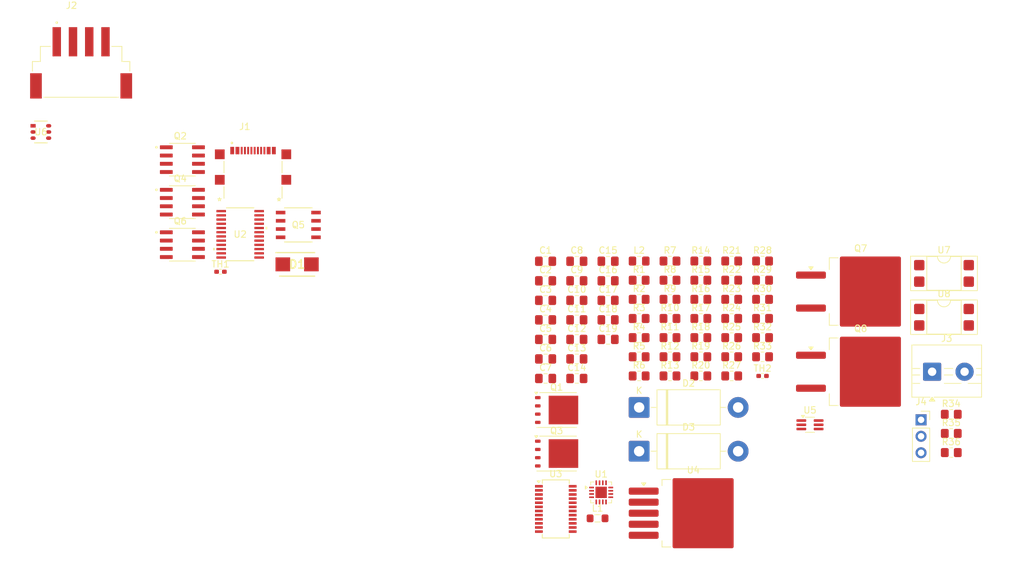
<source format=kicad_pcb>
(kicad_pcb (version 20241229) (generator "pcbnew") (generator_version "9.0")
  (layers (0 "F.Cu" signal) (2 "B.Cu" signal) (13 "F.Paste" user) (15 "B.Paste" user) (5 "F.SilkS" user "F.Silkscreen") (7 "B.SilkS" user "B.Silkscreen") (1 "F.Mask" user) (3 "B.Mask" user) (25 "Edge.Cuts" user))
  (net 0 "")
  (net 1 "Net-(U2-VC2)")
  (net 2 "Net-(U2-VC3)")
  (net 3 "Net-(U2-VC1)")
  (net 4 "DC_GND")
  (net 5 "Net-(U2-VC0)")
  (net 6 "Net-(U2-VDD)")
  (net 7 "Net-(U2-AVDD)")
  (net 8 "Net-(U2-SRP)")
  (net 9 "Net-(U2-SRN)")
  (net 10 "Net-(U1-VDD)")
  (net 11 "Net-(C11-Pad2)")
  (net 12 "/Power Supply/12V")
  (net 13 "Net-(C13-Pad1)")
  (net 14 "Net-(U3-PROG)")
  (net 15 "Net-(U3-CLP)")
  (net 16 "/Power Supply/SYSTEM_LOAD")
  (net 17 "/Power Supply/BATT+")
  (net 18 "5V_OUT")
  (net 19 "Net-(D2-K)")
  (net 20 "/Control System/H-Bridge/5V")
  (net 21 "/Control System/H-Bridge/EN")
  (net 22 "/Power Supply/SW")
  (net 23 "Net-(L1-Pad2)")
  (net 24 "Net-(Q1-G)")
  (net 25 "Net-(Q1-S-Pad1)")
  (net 26 "Net-(Q1-D)")
  (net 27 "/Power Supply/BATT-")
  (net 28 "/Power Supply/RGS_CHG")
  (net 29 "Net-(J5-Pin_1)")
  (net 31 "Net-(Q7-G)")
  (net 32 "Net-(Q8-G)")
  (net 33 "/Power Supply/CELL_2")
  (net 34 "/Power Supply/CELL_1")
  (net 35 "/Power Supply/VBUS")
  (net 36 "Net-(U1-GATE)")
  (net 37 "Net-(Q2-Pad4)")
  (net 38 "Net-(U1-SDA{slash}SNK_VSET)")
  (net 39 "Net-(U1-SCL{slash}SNK_ISET)")
  (net 40 "Net-(U2-DSG)")
  (net 41 "Net-(R13-Pad1)")
  (net 42 "/Power Supply/CHG")
  (net 43 "Net-(U2-PRES)")
  (net 44 "PRES")
  (net 45 "Net-(U2-TS)")
  (net 46 "Net-(U2-VTB)")
  (net 47 "Net-(U2-OCDP)")
  (net 48 "/Power Supply/LD")
  (net 49 "VLOGIC")
  (net 50 "ACP")
  (net 51 "'FAULT")
  (net 52 "Net-(U3-NTC)")
  (net 53 "'FLAG")
  (net 54 "Net-(U3-R_{T})")
  (net 55 "Net-(U3-ITH)")
  (net 56 "Net-(Q4-Pad5)")
  (net 57 "/Power Supply/CSP")
  (net 58 "/Power Supply/BAT")
  (net 59 "Net-(U5-B)")
  (net 60 "Net-(R35-Pad2)")
  (net 61 "Net-(R36-Pad2)")
  (net 62 "Net-(U6-D1)")
  (net 67 "/Power Supply/CC2")
  (net 68 "/Power Supply/D+")
  (net 71 "/Power Supply/D-")
  (net 72 "/Power Supply/CC1")
  (net 73 "/Power Supply/TGATE")
  (net 74 "'LOBAT")
  (net 76 "'Icl")
  (net 78 "SHDN")
  (net 79 "'CHG")
  (net 80 "Net-(U3-INFET)")
  (net 81 "/Power Supply/BGATE")
  (net 82 "/Control System/H-Bridge/3V3")
  (footprint "Resistor_SMD:R_0805_2012Metric_Pad1.20x1.40mm_HandSolder" (layer "F.Cu") (at 150.45 77.44)
    (property "Reference" "R29" (at 0 -1.65 0) (layer "F.SilkS"))
    (property "Value" "26.7k")
    (pad "1" smd roundrect (at -1 0) (size 1.2 1.4) (layers "F.Cu" "F.Mask" "F.Paste") (roundrect_rratio 0.208333) (net 14 "Net-(U3-PROG)"))
    (pad "2" smd roundrect (at 1 0) (size 1.2 1.4) (layers "F.Cu" "F.Mask" "F.Paste") (roundrect_rratio 0.208333) (net 4 "DC_GND"))
  )
  (footprint "Capacitor_SMD:C_0805_2012Metric_Pad1.18x1.45mm_HandSolder" (layer "F.Cu") (at 117.05 83.55)
    (property "Reference" "C4" (at 0 -1.68 0) (layer "F.SilkS"))
    (property "Value" "0.1u")
    (pad "1" smd roundrect (at -1.0375 0) (size 1.175 1.45) (layers "F.Cu" "F.Mask" "F.Paste") (roundrect_rratio 0.212766) (net 4 "DC_GND"))
    (pad "2" smd roundrect (at 1.0375 0) (size 1.175 1.45) (layers "F.Cu" "F.Mask" "F.Paste") (roundrect_rratio 0.212766) (net 5 "Net-(U2-VC0)"))
  )
  (footprint "Resistor_SMD:R_0805_2012Metric_Pad1.20x1.40mm_HandSolder" (layer "F.Cu") (at 136.2 83.34)
    (property "Reference" "R10" (at 0 -1.65 0) (layer "F.SilkS"))
    (property "Value" "5.1k")
    (pad "1" smd roundrect (at -1 0) (size 1.2 1.4) (layers "F.Cu" "F.Mask" "F.Paste") (roundrect_rratio 0.208333) (net 36 "Net-(U1-GATE)"))
    (pad "2" smd roundrect (at 1 0) (size 1.2 1.4) (layers "F.Cu" "F.Mask" "F.Paste") (roundrect_rratio 0.208333) (net 37 "Net-(Q2-Pad4)"))
  )
  (footprint "Resistor_SMD:R_0805_2012Metric_Pad1.20x1.40mm_HandSolder" (layer "F.Cu") (at 136.2 86.29)
    (property "Reference" "R11" (at 0 -1.65 0) (layer "F.SilkS"))
    (property "Value" "10k")
    (pad "1" smd roundrect (at -1 0) (size 1.2 1.4) (layers "F.Cu" "F.Mask" "F.Paste") (roundrect_rratio 0.208333) (net 38 "Net-(U1-SDA{slash}SNK_VSET)"))
    (pad "2" smd roundrect (at 1 0) (size 1.2 1.4) (layers "F.Cu" "F.Mask" "F.Paste") (roundrect_rratio 0.208333) (net 4 "DC_GND"))
  )
  (footprint "Resistor_SMD:R_0805_2012Metric_Pad1.20x1.40mm_HandSolder" (layer "F.Cu") (at 145.7 92.19)
    (property "Reference" "R27" (at 0 -1.65 0) (layer "F.SilkS"))
    (property "Value" "6.04k")
    (pad "1" smd roundrect (at -1 0) (size 1.2 1.4) (layers "F.Cu" "F.Mask" "F.Paste") (roundrect_rratio 0.208333) (net 55 "Net-(U3-ITH)"))
    (pad "2" smd roundrect (at 1 0) (size 1.2 1.4) (layers "F.Cu" "F.Mask" "F.Paste") (roundrect_rratio 0.208333) (net 13 "Net-(C13-Pad1)"))
  )
  (footprint "Resistor_SMD:R_0805_2012Metric_Pad1.20x1.40mm_HandSolder" (layer "F.Cu") (at 150.45 74.49)
    (property "Reference" "R28" (at 0 -1.65 0) (layer "F.SilkS"))
    (property "Value" "4.99k")
    (pad "1" smd roundrect (at -1 0) (size 1.2 1.4) (layers "F.Cu" "F.Mask" "F.Paste") (roundrect_rratio 0.208333) (net 15 "Net-(U3-CLP)"))
    (pad "2" smd roundrect (at 1 0) (size 1.2 1.4) (layers "F.Cu" "F.Mask" "F.Paste") (roundrect_rratio 0.208333) (net 56 "Net-(Q4-Pad5)"))
  )
  (footprint "Resistor_SMD:R_0805_2012Metric_Pad1.20x1.40mm_HandSolder" (layer "F.Cu") (at 136.2 89.24)
    (property "Reference" "R12" (at 0 -1.65 0) (layer "F.SilkS"))
    (property "Value" "22.6k")
    (pad "1" smd roundrect (at -1 0) (size 1.2 1.4) (layers "F.Cu" "F.Mask" "F.Paste") (roundrect_rratio 0.208333) (net 39 "Net-(U1-SCL{slash}SNK_ISET)"))
    (pad "2" smd roundrect (at 1 0) (size 1.2 1.4) (layers "F.Cu" "F.Mask" "F.Paste") (roundrect_rratio 0.208333) (net 4 "DC_GND"))
  )
  (footprint "Resistor_SMD:R_0805_2012Metric_Pad1.20x1.40mm_HandSolder" (layer "F.Cu") (at 145.7 77.44)
    (property "Reference" "R22" (at 0 -1.65 0) (layer "F.SilkS"))
    (property "Value" "309k")
    (pad "1" smd roundrect (at -1 0) (size 1.2 1.4) (layers "F.Cu" "F.Mask" "F.Paste") (roundrect_rratio 0.208333) (net 50 "ACP"))
    (pad "2" smd roundrect (at 1 0) (size 1.2 1.4) (layers "F.Cu" "F.Mask" "F.Paste") (roundrect_rratio 0.208333) (net 49 "VLOGIC"))
  )
  (footprint "Resistor_SMD:R_0805_2012Metric_Pad1.20x1.40mm_HandSolder" (layer "F.Cu") (at 179.5 101.05)
    (property "Reference" "R35" (at 0 -1.65 0) (layer "F.SilkS"))
    (property "Value" "750")
    (pad "1" smd roundrect (at -1 0) (size 1.2 1.4) (layers "F.Cu" "F.Mask" "F.Paste") (roundrect_rratio 0.208333) (net 20 "/Control System/H-Bridge/5V"))
    (pad "2" smd roundrect (at 1 0) (size 1.2 1.4) (layers "F.Cu" "F.Mask" "F.Paste") (roundrect_rratio 0.208333) (net 60 "Net-(R35-Pad2)"))
  )
  (footprint "TerminalBlock:TerminalBlock_MaiXu_MX126-5.0-02P_1x02_P5.00mm" (layer "F.Cu") (at 176.55 91.54)
    (property "Reference" "J3" (at 2.25 -5.12 0) (layer "F.SilkS"))
    (property "Value" "Screw_Terminal_01x02")
    (pad "1" thru_hole roundrect (at 0 0) (size 2.8 2.8) (drill 1.3) (layers "*.Cu" "*.Mask") (roundrect_rratio 0.089286) (net 20 "/Control System/H-Bridge/5V"))
    (pad "2" thru_hole circle (at 5 0) (size 2.8 2.8) (drill 1.3) (layers "*.Cu" "*.Mask") (net 4 "DC_GND"))
  )
  (footprint "GSB1C41110SSHR:AMPHENOL_GSB1C41110SSHR" (layer "F.Cu") (at 72.015 61.145)
    (property "Reference" "J1" (at -1.27 -7.3675 0) (layer "F.SilkS"))
    (property "Value" "GSB1C41110SSHR")
    (pad "" np_thru_hole circle (at -2.89 -2.605) (size 0.7 0.7) (drill 0.7) (layers "*.Cu" "*.Mask"))
    (pad "" np_thru_hole circle (at 2.89 -2.605) (size 0.7 0.7) (drill 0.7) (layers "*.Cu" "*.Mask"))
    (pad "A1_B12" smd rect (at -3.2 -3.68) (size 0.6 1.15) (layers "F.Cu" "F.Paste") (net 4 "DC_GND"))
    (pad "A4_B9" smd rect (at -2.4 -3.68) (size 0.6 1.15) (layers "F.Cu" "F.Paste") (net 35 "/Power Supply/VBUS"))
    (pad "A5" smd rect (at -1.25 -3.68) (size 0.3 1.15) (layers "F.Cu" "F.Paste") (net 72 "/Power Supply/CC1"))
    (pad "A6" smd rect (at -0.25 -3.68) (size 0.3 1.15) (layers "F.Cu" "F.Paste") (net 68 "/Power Supply/D+"))
    (pad "A7" smd rect (at 0.25 -3.68) (size 0.3 1.15) (layers "F.Cu" "F.Paste") (net 71 "/Power Supply/D-"))
    (pad "A8" smd rect (at 1.25 -3.68) (size 0.3 1.15) (layers "F.Cu" "F.Paste"))
    (pad "B1_A12" smd rect (at 3.2 -3.68) (size 0.6 1.15) (layers "F.Cu" "F.Paste") (net 4 "DC_GND"))
    (pad "B4_A9" smd rect (at 2.4 -3.68) (size 0.6 1.15) (layers "F.Cu" "F.Paste") (net 35 "/Power Supply/VBUS"))
    (pad "B5" smd rect (at 1.75 -3.68) (size 0.3 1.15) (layers "F.Cu" "F.Paste") (net 67 "/Power Supply/CC2"))
    (pad "B6" smd rect (at 0.75 -3.68) (size 0.3 1.15) (layers "F.Cu" "F.Paste") (net 68 "/Power Supply/D+"))
    (pad "B7" smd rect (at -0.75 -3.68) (size 0.3 1.15) (layers "F.Cu" "F.Paste") (net 71 "/Power Supply/D-"))
    (pad "B8" smd rect (at -1.75 -3.68) (size 0.3 1.15) (layers "F.Cu" "F.Paste"))
    (pad "SH1" smd rect (at -5.12 -3.105) (size 1.5 1.5) (layers "F.Cu" "F.Mask" "F.Paste") (net 4 "DC_GND"))
    (pad "SH2" smd rect (at 5.12 -3.105) (size 1.5 1.5) (layers "F.Cu" "F.Mask" "F.Paste") (net 4 "DC_GND"))
    (pad "SH3" smd rect (at -5.12 0.825) (size 1.5 1.5) (layers "F.Cu" "F.Mask" "F.Paste") (net 4 "DC_GND"))
    (pad "SH4" smd rect (at 5.12 0.825) (size 1.5 1.5) (layers "F.Cu" "F.Mask" "F.Paste") (net 4 "DC_GND"))
  )
  (footprint "Package_DIP:DIP-4_W7.62mm_SMDSocket_SmallPads" (layer "F.Cu") (at 178.38 83.14)
    (property "Reference" "U8" (at 0 -3.6 0) (layer "F.SilkS"))
    (property "Value" "Optocoupler_DC_PhotoNPN_AKEC")
    (pad "1" smd roundrect (at -3.81 -1.27) (size 1.6 1.6) (layers "F.Cu" "F.Mask" "F.Paste") (roundrect_rratio 0.15625) (net 61 "Net-(R36-Pad2)"))
    (pad "2" smd roundrect (at -3.81 1.27) (size 1.6 1.6) (layers "F.Cu" "F.Mask" "F.Paste") (roundrect_rratio 0.15625) (net 4 "DC_GND"))
    (pad "3" smd roundrect (at 3.81 1.27) (size 1.6 1.6) (layers "F.Cu" "F.Mask" "F.Paste") (roundrect_rratio 0.15625) (net 4 "DC_GND"))
    (pad "4" smd roundrect (at 3.81 -1.27) (size 1.6 1.6) (layers "F.Cu" "F.Mask" "F.Paste") (roundrect_rratio 0.15625) (net 32 "Net-(Q8-G)"))
  )
  (footprint "Resistor_SMD:R_0805_2012Metric_Pad1.20x1.40mm_HandSolder" (layer "F.Cu") (at 179.5 98.1)
    (property "Reference" "R34" (at 0 -1.65 0) (layer "F.SilkS"))
    (property "Value" "10K")
    (pad "1" smd roundrect (at -1 0) (size 1.2 1.4) (layers "F.Cu" "F.Mask" "F.Paste") (roundrect_rratio 0.208333) (net 59 "Net-(U5-B)"))
    (pad "2" smd roundrect (at 1 0) (size 1.2 1.4) (layers "F.Cu" "F.Mask" "F.Paste") (roundrect_rratio 0.208333) (net 4 "DC_GND"))
  )
  (footprint "Package_TO_SOT_SMD:TO-263-2" (layer "F.Cu") (at 165.55 91.54)
    (property "Reference" "Q8" (at 0 -6.65 0) (layer "F.SilkS"))
    (property "Value" "NMOS")
    (pad "1" smd roundrect (at -7.65 -2.54) (size 4.6 1.1) (layers "F.Cu" "F.Mask" "F.Paste") (roundrect_rratio 0.227273) (net 29 "Net-(J5-Pin_1)"))
    (pad "2" smd roundrect (at 1.5 0) (size 9.4 10.8) (layers "F.Cu" "F.Mask") (roundrect_rratio 0.026596) (net 32 "Net-(Q8-G)"))
    (pad "3" smd roundrect (at -7.65 2.54) (size 4.6 1.1) (layers "F.Cu" "F.Mask" "F.Paste") (roundrect_rratio 0.227273) (net 4 "DC_GND"))
  )
  (footprint "Resistor_SMD:R_0805_2012Metric_Pad1.20x1.40mm_HandSolder" (layer "F.Cu") (at 140.95 92.19)
    (property "Reference" "R20" (at 0 -1.65 0) (layer "F.SilkS"))
    (property "Value" "100k")
    (pad "1" smd roundrect (at -1 0) (size 1.2 1.4) (layers "F.Cu" "F.Mask" "F.Paste") (roundrect_rratio 0.208333) (net 47 "Net-(U2-OCDP)"))
    (pad "2" smd roundrect (at 1 0) (size 1.2 1.4) (layers "F.Cu" "F.Mask" "F.Paste") (roundrect_rratio 0.208333) (net 4 "DC_GND"))
  )
  (footprint "AO4407A:SOIC127P600X175-8N" (layer "F.Cu") (at 61.14 58.865)
    (property "Reference" "Q2" (at -0.325 -3.635 0) (layer "F.SilkS"))
    (property "Value" "AO4407A")
    (pad "1" smd roundrect (at -2.475 -1.905) (size 1.97 0.6) (layers "F.Cu" "F.Mask" "F.Paste") (roundrect_rratio 0.125) (net 35 "/Power Supply/VBUS"))
    (pad "2" smd roundrect (at -2.475 -0.635) (size 1.97 0.6) (layers "F.Cu" "F.Mask" "F.Paste") (roundrect_rratio 0.125) (net 35 "/Power Supply/VBUS"))
    (pad "3" smd roundrect (at -2.475 0.635) (size 1.97 0.6) (layers "F.Cu" "F.Mask" "F.Paste") (roundrect_rratio 0.125) (net 35 "/Power Supply/VBUS"))
    (pad "4" smd roundrect (at -2.475 1.905) (size 1.97 0.6) (layers "F.Cu" "F.Mask" "F.Paste") (roundrect_rratio 0.125) (net 37 "Net-(Q2-Pad4)"))
    (pad "5" smd roundrect (at 2.475 1.905) (size 1.97 0.6) (layers "F.Cu" "F.Mask" "F.Paste") (roundrect_rratio 0.125) (net 12 "/Power Supply/12V"))
    (pad "6" smd roundrect (at 2.475 0.635) (size 1.97 0.6) (layers "F.Cu" "F.Mask" "F.Paste") (roundrect_rratio 0.125) (net 12 "/Power Supply/12V"))
    (pad "7" smd roundrect (at 2.475 -0.635) (size 1.97 0.6) (layers "F.Cu" "F.Mask" "F.Paste") (roundrect_rratio 0.125) (net 12 "/Power Supply/12V"))
    (pad "8" smd roundrect (at 2.475 -1.905) (size 1.97 0.6) (layers "F.Cu" "F.Mask" "F.Paste") (roundrect_rratio 0.125) (net 12 "/Power Supply/12V"))
  )
  (footprint "Resistor_SMD:R_0805_2012Metric_Pad1.20x1.40mm_HandSolder" (layer "F.Cu") (at 140.95 77.44)
    (property "Reference" "R15" (at 0 -1.65 0) (layer "F.SilkS"))
    (property "Value" "49.9k")
    (pad "1" smd roundrect (at -1 0) (size 1.2 1.4) (layers "F.Cu" "F.Mask" "F.Paste") (roundrect_rratio 0.208333) (net 37 "Net-(Q2-Pad4)"))
    (pad "2" smd roundrect (at 1 0) (size 1.2 1.4) (layers "F.Cu" "F.Mask" "F.Paste") (roundrect_rratio 0.208333) (net 35 "/Power Supply/VBUS"))
  )
  (footprint "Resistor_SMD:R_0805_2012Metric_Pad1.20x1.40mm_HandSolder" (layer "F.Cu") (at 140.95 74.49)
    (property "Reference" "R14" (at 0 -1.65 0) (layer "F.SilkS"))
    (property "Value" "1M")
    (pad "1" smd roundrect (at -1 0) (size 1.2 1.4) (layers "F.Cu" "F.Mask" "F.Paste") (roundrect_rratio 0.208333) (net 41 "Net-(R13-Pad1)"))
    (pad "2" smd roundrect (at 1 0) (size 1.2 1.4) (layers "F.Cu" "F.Mask" "F.Paste") (roundrect_rratio 0.208333) (net 24 "Net-(Q1-G)"))
  )
  (footprint "Capacitor_SMD:C_0805_2012Metric_Pad1.18x1.45mm_HandSolder" (layer "F.Cu") (at 121.86 92.58)
    (property "Reference" "C14" (at 0 -1.68 0) (layer "F.SilkS"))
    (property "Value" "0.0047uF")
    (pad "1" smd roundrect (at -1.0375 0) (size 1.175 1.45) (layers "F.Cu" "F.Mask" "F.Paste") (roundrect_rratio 0.212766) (net 14 "Net-(U3-PROG)"))
    (pad "2" smd roundrect (at 1.0375 0) (size 1.175 1.45) (layers "F.Cu" "F.Mask" "F.Paste") (roundrect_rratio 0.212766) (net 4 "DC_GND"))
  )
  (footprint "Resistor_SMD:R_0805_2012Metric_Pad1.20x1.40mm_HandSolder" (layer "F.Cu") (at 131.45 80.39)
    (property "Reference" "R2" (at 0 -1.65 0) (layer "F.SilkS"))
    (property "Value" "1k")
    (pad "1" smd roundrect (at -1 0) (size 1.2 1.4) (layers "F.Cu" "F.Mask" "F.Paste") (roundrect_rratio 0.208333) (net 17 "/Power Supply/BATT+"))
    (pad "2" smd roundrect (at 1 0) (size 1.2 1.4) (layers "F.Cu" "F.Mask" "F.Paste") (roundrect_rratio 0.208333) (net 2 "Net-(U2-VC3)"))
  )
  (footprint "Capacitor_SMD:C_0805_2012Metric_Pad1.18x1.45mm_HandSolder" (layer "F.Cu") (at 121.86 74.52)
    (property "Reference" "C8" (at 0 -1.68 0) (layer "F.SilkS"))
    (property "Value" "0.1uF")
    (pad "1" smd roundrect (at -1.0375 0) (size 1.175 1.45) (layers "F.Cu" "F.Mask" "F.Paste") (roundrect_rratio 0.212766) (net 8 "Net-(U2-SRP)"))
    (pad "2" smd roundrect (at 1.0375 0) (size 1.175 1.45) (layers "F.Cu" "F.Mask" "F.Paste") (roundrect_rratio 0.212766) (net 9 "Net-(U2-SRN)"))
  )
  (footprint "Resistor_SMD:R_0805_2012Metric_Pad1.20x1.40mm_HandSolder" (layer "F.Cu") (at 136.2 74.49)
    (property "Reference" "R7" (at 0 -1.65 0) (layer "F.SilkS"))
    (property "Value" "10")
    (pad "1" smd roundrect (at -1 0) (size 1.2 1.4) (layers "F.Cu" "F.Mask" "F.Paste") (roundrect_rratio 0.208333) (net 35 "/Power Supply/VBUS"))
    (pad "2" smd roundrect (at 1 0) (size 1.2 1.4) (layers "F.Cu" "F.Mask" "F.Paste") (roundrect_rratio 0.208333) (net 10 "Net-(U1-VDD)"))
  )
  (footprint "Package_TO_SOT_SMD:TDSON-8-1" (layer "F.Cu") (at 118.75 104.15)
    (property "Reference" "Q3" (at 0 -3.5 0) (layer "F.SilkS"))
    (property "Value" "CSD18531Q5A")
    (pad "1" smd roundrect (at -2.9 -1.905) (size 0.85 0.5) (layers "F.Cu" "F.Mask" "F.Paste") (net 27 "/Power Supply/BATT-"))
    (pad "2" smd roundrect (at -2.9 -0.635) (size 0.85 0.5) (layers "F.Cu" "F.Mask" "F.Paste") (net 27 "/Power Supply/BATT-"))
    (pad "3" smd roundrect (at -2.9 0.635) (size 0.85 0.5) (layers "F.Cu" "F.Mask" "F.Paste") (net 27 "/Power Supply/BATT-"))
    (pad "4" smd roundrect (at -2.9 1.905) (size 0.85 0.5) (layers "F.Cu" "F.Mask" "F.Paste") (net 28 "/Power Supply/RGS_CHG"))
    (pad "5" smd rect (at 1.05 0) (size 4.55 4.41) (layers "F.Cu") (net 26 "Net-(Q1-D)"))
  )
  (footprint "Resistor_SMD:R_0805_2012Metric_Pad1.20x1.40mm_HandSolder" (layer "F.Cu") (at 131.45 83.34)
    (property "Reference" "R3" (at 0 -1.65 0) (layer "F.SilkS"))
    (property "Value" "1k")
    (pad "1" smd roundrect (at -1 0) (size 1.2 1.4) (layers "F.Cu" "F.Mask" "F.Paste") (roundrect_rratio 0.208333) (net 33 "/Power Supply/CELL_2"))
    (pad "2" smd roundrect (at 1 0) (size 1.2 1.4) (layers "F.Cu" "F.Mask" "F.Paste") (roundrect_rratio 0.208333) (net 1 "Net-(U2-VC2)"))
  )
  (footprint "Resistor_SMD:R_0805_2012Metric_Pad1.20x1.40mm_HandSolder" (layer "F.Cu") (at 140.95 86.29)
    (property "Reference" "R18" (at 0 -1.65 0) (layer "F.SilkS"))
    (property "Value" "10k")
    (pad "1" smd roundrect (at -1 0) (size 1.2 1.4) (layers "F.Cu" "F.Mask" "F.Paste") (roundrect_rratio 0.208333) (net 43 "Net-(U2-PRES)"))
    (pad "2" smd roundrect (at 1 0) (size 1.2 1.4) (layers "F.Cu" "F.Mask" "F.Paste") (roundrect_rratio 0.208333) (net 44 "PRES"))
  )
  (footprint "Capacitor_SMD:C_0805_2012Metric_Pad1.18x1.45mm_HandSolder" (layer "F.Cu") (at 121.86 89.57)
    (property "Reference" "C13" (at 0 -1.68 0) (layer "F.SilkS"))
    (property "Value" "0.12uF")
    (pad "1" smd roundrect (at -1.0375 0) (size 1.175 1.45) (layers "F.Cu" "F.Mask" "F.Paste") (roundrect_rratio 0.212766) (net 13 "Net-(C13-Pad1)"))
    (pad "2" smd roundrect (at 1.0375 0) (size 1.175 1.45) (layers "F.Cu" "F.Mask" "F.Paste") (roundrect_rratio 0.212766) (net 4 "DC_GND"))
  )
  (footprint "Capacitor_SMD:C_0805_2012Metric_Pad1.18x1.45mm_HandSolder" (layer "F.Cu") (at 121.86 86.56)
    (property "Reference" "C12" (at 0 -1.68 0) (layer "F.SilkS"))
    (property "Value" "0.1uF")
    (pad "1" smd roundrect (at -1.0375 0) (size 1.175 1.45) (layers "F.Cu" "F.Mask" "F.Paste") (roundrect_rratio 0.212766) (net 4 "DC_GND"))
    (pad "2" smd roundrect (at 1.0375 0) (size 1.175 1.45) (layers "F.Cu" "F.Mask" "F.Paste") (roundrect_rratio 0.212766) (net 12 "/Power Supply/12V"))
  )
  (footprint "Resistor_SMD:R_0805_2012Metric_Pad1.20x1.40mm_HandSolder" (layer "F.Cu") (at 131.45 86.29)
    (property "Reference" "R4" (at 0 -1.65 0) (layer "F.SilkS"))
    (property "Value" "1k")
    (pad "1" smd roundrect (at -1 0) (size 1.2 1.4) (layers "F.Cu" "F.Mask" "F.Paste") (roundrect_rratio 0.208333) (net 34 "/Power Supply/CELL_1"))
    (pad "2" smd roundrect (at 1 0) (size 1.2 1.4) (layers "F.Cu" "F.Mask" "F.Paste") (roundrect_rratio 0.208333) (net 3 "Net-(U2-VC1)"))
  )
  (footprint "Resistor_SMD:R_0805_2012Metric_Pad1.20x1.40mm_HandSolder" (layer "F.Cu") (at 131.45 89.24)
    (property "Reference" "R5" (at 0 -1.65 0) (layer "F.SilkS"))
    (property "Value" "1k")
    (pad "1" smd roundrect (at -1 0) (size 1.2 1.4) (layers "F.Cu" "F.Mask" "F.Paste") (roundrect_rratio 0.208333) (net 4 "DC_GND"))
    (pad "2" smd roundrect (at 1 0) (size 1.2 1.4) (layers "F.Cu" "F.Mask" "F.Paste") (roundrect_rratio 0.208333) (net 5 "Net-(U2-VC0)"))
  )
  (footprint "MBRS130T3G:DIOM5436X247N" (layer "F.Cu") (at 78.8 75)
    (property "Reference" "D1" (at 0 0 0) (layer "F.SilkS") (effects (font (size 1.27 1.27) (thickness 0.254))))
    (property "Value" "MBRS130T3G" (hide yes))
    (pad "1" smd rect (at -2.2 0 90) (size 2.15 2.25) (layers "F.Cu" "F.Mask" "F.Paste") (net 22 "/Power Supply/SW"))
    (pad "2" smd rect (at 2.2 0 90) (size 2.15 2.25) (layers "F.Cu" "F.Mask" "F.Paste") (net 4 "DC_GND"))
  )
  (footprint "Resistor_SMD:R_0805_2012Metric_Pad1.20x1.40mm_HandSolder" (layer "F.Cu") (at 145.7 83.34)
    (property "Reference" "R24" (at 0 -1.65 0) (layer "F.SilkS"))
    (property "Value" "32.4k")
    (pad "1" smd roundrect (at -1 0) (size 1.2 1.4) (layers "F.Cu" "F.Mask" "F.Paste") (roundrect_rratio 0.208333) (net 11 "Net-(C11-Pad2)"))
    (pad "2" smd roundrect (at 1 0) (size 1.2 1.4) (layers "F.Cu" "F.Mask" "F.Paste") (roundrect_rratio 0.208333) (net 52 "Net-(U3-NTC)"))
  )
  (footprint "Resistor_SMD:R_0805_2012Metric_Pad1.20x1.40mm_HandSolder" (layer "F.Cu") (at 145.7 86.29)
    (property "Reference" "R25" (at 0 -1.65 0) (layer "F.SilkS"))
    (property "Value" "100k")
    (pad "1" smd roundrect (at -1 0) (size 1.2 1.4) (layers "F.Cu" "F.Mask" "F.Paste") (roundrect_rratio 0.208333) (net 53 "'FLAG"))
    (pad "2" smd roundrect (at 1 0) (size 1.2 1.4) (layers "F.Cu" "F.Mask" "F.Paste") (roundrect_rratio 0.208333) (net 49 "VLOGIC"))
  )
  (footprint "AO4407A:SOIC127P600X175-8N" (layer "F.Cu") (at 61.14 65.415)
    (property "Reference" "Q4" (at -0.325 -3.635 0) (layer "F.SilkS"))
    (property "Value" "AO4407A")
    (pad "1" smd roundrect (at -2.475 -1.905) (size 1.97 0.6) (layers "F.Cu" "F.Mask" "F.Paste") (roundrect_rratio 0.125) (net 12 "/Power Supply/12V"))
    (pad "2" smd roundrect (at -2.475 -0.635) (size 1.97 0.6) (layers "F.Cu" "F.Mask" "F.Paste") (roundrect_rratio 0.125) (net 12 "/Power Supply/12V"))
    (pad "3" smd roundrect (at -2.475 0.635) (size 1.97 0.6) (layers "F.Cu" "F.Mask" "F.Paste") (roundrect_rratio 0.125) (net 12 "/Power Supply/12V"))
    (pad "4" smd roundrect (at -2.475 1.905) (size 1.97 0.6) (layers "F.Cu" "F.Mask" "F.Paste") (roundrect_rratio 0.125) (net 80 "Net-(U3-INFET)"))
    (pad "5" smd roundrect (at 2.475 1.905) (size 1.97 0.6) (layers "F.Cu" "F.Mask" "F.Paste") (roundrect_rratio 0.125) (net 56 "Net-(Q4-Pad5)"))
    (pad "6" smd roundrect (at 2.475 0.635) (size 1.97 0.6) (layers "F.Cu" "F.Mask" "F.Paste") (roundrect_rratio 0.125) (net 56 "Net-(Q4-Pad5)"))
    (pad "7" smd roundrect (at 2.475 -0.635) (size 1.97 0.6) (layers "F.Cu" "F.Mask" "F.Paste") (roundrect_rratio 0.125) (net 56 "Net-(Q4-Pad5)"))
    (pad "8" smd roundrect (at 2.475 -1.905) (size 1.97 0.6) (layers "F.Cu" "F.Mask" "F.Paste") (roundrect_rratio 0.125) (net 56 "Net-(Q4-Pad5)"))
  )
  (footprint "Resistor_SMD:R_0805_2012Metric_Pad1.20x1.40mm_HandSolder" (layer "F.Cu") (at 131.45 77.44)
    (property "Reference" "R1" (at 0 -1.65 0) (layer "F.SilkS"))
    (property "Value" "1k")
    (pad "1" smd roundrect (at -1 0) (size 1.2 1.4) (layers "F.Cu" "F.Mask" "F.Paste") (roundrect_rratio 0.208333) (net 17 "/Power Supply/BATT+"))
    (pad "2" smd roundrect (at 1 0) (size 1.2 1.4) (layers "F.Cu" "F.Mask" "F.Paste") (roundrect_rratio 0.208333) (net 6 "Net-(U2-VDD)"))
  )
  (footprint "Resistor_SMD:R_0805_2012Metric_Pad1.20x1.40mm_HandSolder" (layer "F.Cu") (at 150.45 86.29)
    (property "Reference" "R32" (at 0 -1.65 0) (layer "F.SilkS"))
    (property "Value" "3.01k")
    (pad "1" smd roundrect (at -1 0) (size 1.2 1.4) (layers "F.Cu" "F.Mask" "F.Paste") (roundrect_rratio 0.208333) (net 23 "Net-(L1-Pad2)"))
    (pad "2" smd roundrect (at 1 0) (size 1.2 1.4) (layers "F.Cu" "F.Mask" "F.Paste") (roundrect_rratio 0.208333) (net 17 "/Power Supply/BATT+"))
  )
  (footprint "Capacitor_SMD:C_0805_2012Metric_Pad1.18x1.45mm_HandSolder" (layer "F.Cu") (at 126.67 86.56)
    (property "Reference" "C19" (at 0 -1.68 0) (layer "F.SilkS"))
    (property "Value" "220uF")
    (pad "1" smd roundrect (at -1.0375 0) (size 1.175 1.45) (layers "F.Cu" "F.Mask" "F.Paste") (roundrect_rratio 0.212766) (net 18 "5V_OUT"))
    (pad "2" smd roundrect (at 1.0375 0) (size 1.175 1.45) (layers "F.Cu" "F.Mask" "F.Paste") (roundrect_rratio 0.212766) (net 4 "DC_GND"))
  )
  (footprint "Package_TO_SOT_SMD:SOT-363_SC-70-6_Handsoldering" (layer "F.Cu") (at 157.75 99.715)
    (property "Reference" "U5" (at 0 -2.25 0) (layer "F.SilkS"))
    (property "Value" "SN74LVC1T45DCK")
    (pad "1" smd roundrect (at -1.33 -0.65) (size 1.5 0.4) (layers "F.Cu" "F.Mask" "F.Paste") (net 82 "/Control System/H-Bridge/3V3"))
    (pad "2" smd roundrect (at -1.33 0) (size 1.5 0.4) (layers "F.Cu" "F.Mask" "F.Paste") (net 4 "DC_GND"))
    (pad "3" smd roundrect (at -1.33 0.65) (size 1.5 0.4) (layers "F.Cu" "F.Mask" "F.Paste") (net 21 "/Control System/H-Bridge/EN"))
    (pad "4" smd roundrect (at 1.33 0.65) (size 1.5 0.4) (layers "F.Cu" "F.Mask" "F.Paste") (net 59 "Net-(U5-B)"))
    (pad "5" smd roundrect (at 1.33 0) (size 1.5 0.4) (layers "F.Cu" "F.Mask" "F.Paste") (net 82 "/Control System/H-Bridge/3V3"))
    (pad "6" smd roundrect (at 1.33 -0.65) (size 1.5 0.4) (layers "F.Cu" "F.Mask" "F.Paste") (net 20 "/Control System/H-Bridge/5V"))
  )
  (footprint "BQ7791500PWR:PW24_TEX" (layer "F.Cu") (at 70.0356 70.3699)
    (property "Reference" "U2" (at 0 0 0) (layer "F.SilkS"))
    (property "Value" "BQ7791500PWR")
    (fp_text user "*" (at -3.175 -5.0736 0) (layer "F.SilkS"))
    (fp_text user "*" (at -3.175 -5.0736 0) (layer "F.SilkS"))
    (pad "1" smd rect (at -2.921 -3.574999) (size 1.4732 0.3556) (layers "F.Cu" "F.Mask" "F.Paste") (net 6 "Net-(U2-VDD)"))
    (pad "2" smd rect (at -2.921 -2.925) (size 1.4732 0.3556) (layers "F.Cu" "F.Mask" "F.Paste") (net 7 "Net-(U2-AVDD)"))
    (pad "3" smd rect (at -2.921 -2.275002) (size 1.4732 0.3556) (layers "F.Cu" "F.Mask" "F.Paste"))
    (pad "4" smd rect (at -2.921 -1.625001) (size 1.4732 0.3556) (layers "F.Cu" "F.Mask" "F.Paste"))
    (pad "5" smd rect (at -2.921 -0.975002) (size 1.4732 0.3556) (layers "F.Cu" "F.Mask" "F.Paste") (net 2 "Net-(U2-VC3)"))
    (pad "6" smd rect (at -2.921 -0.325001) (size 1.4732 0.3556) (layers "F.Cu" "F.Mask" "F.Paste") (net 1 "Net-(U2-VC2)"))
    (pad "7" smd rect (at -2.921 0.324998) (size 1.4732 0.3556) (layers "F.Cu" "F.Mask" "F.Paste") (net 3 "Net-(U2-VC1)"))
    (pad "8" smd rect (at -2.921 0.974999) (size 1.4732 0.3556) (layers "F.Cu" "F.Mask" "F.Paste") (net 5 "Net-(U2-VC0)"))
    (pad "9" smd rect (at -2.921 1.624998) (size 1.4732 0.3556) (layers "F.Cu" "F.Mask" "F.Paste") (net 4 "DC_GND"))
    (pad "10" smd rect (at -2.921 2.274999) (size 1.4732 0.3556) (layers "F.Cu" "F.Mask" "F.Paste") (net 8 "Net-(U2-SRP)"))
    (pad "11" smd rect (at -2.921 2.924998) (size 1.4732 0.3556) (layers "F.Cu" "F.Mask" "F.Paste") (net 9 "Net-(U2-SRN)"))
    (pad "12" smd rect (at -2.921 3.574999) (size 1.4732 0.3556) (layers "F.Cu" "F.Mask" "F.Paste") (net 40 "Net-(U2-DSG)"))
    (pad "13" smd rect (at 2.921 3.574999) (size 1.4732 0.3556) (layers "F.Cu" "F.Mask" "F.Paste") (net 42 "/Power Supply/CHG"))
    (pad "14" smd rect (at 2.921 2.925) (size 1.4732 0.3556) (layers "F.Cu" "F.Mask" "F.Paste") (net 48 "/Power Supply/LD"))
    (pad "15" smd rect (at 2.921 2.274999) (size 1.4732 0.3556) (layers "F.Cu" "F.Mask" "F.Paste"))
    (pad "16" smd rect (at 2.921 1.625001) (size 1.4732 0.3556) (layers "F.Cu" "F.Mask" "F.Paste") (net 4 "DC_GND"))
    (pad "17" smd rect (at 2.921 0.974999) (size 1.4732 0.3556) (layers "F.Cu" "F.Mask" "F.Paste") (net 47 "Net-(U2-OCDP)"))
    (pad "18" smd rect (at 2.921 0.325001) (size 1.4732 0.3556) (layers "F.Cu" "F.Mask" "F.Paste") (net 45 "Net-(U2-TS)"))
    (pad "19" smd rect (at 2.921 -0.324998) (size 1.4732 0.3556) (layers "F.Cu" "F.Mask" "F.Paste") (net 46 "Net-(U2-VTB)"))
    (pad "20" smd rect (at 2.921 -0.974999) (size 1.4732 0.3556) (layers "F.Cu" "F.Mask" "F.Paste"))
    (pad "21" smd rect (at 2.921 -1.624998) (size 1.4732 0.3556) (layers "F.Cu" "F.Mask" "F.Paste"))
    (pad "22" smd rect (at 2.921 -2.274999) (size 1.4732 0.3556) (layers "F.Cu" "F.Mask" "F.Paste") (net 43 "Net-(U2-PRES)"))
    (pad "23" smd rect (at 2.921 -2.924998) (size 1.4732 0.3556) (layers "F.Cu" "F.Mask" "F.Paste") (net 4 "DC_GND"))
    (pad "24" smd rect (at 2.921 -3.574999) (size 1.4732 0.3556) (layers "F.Cu" "F.Mask" "F.Paste") (net 4 "DC_GND"))
  )
  (footprint "Resistor_SMD:R_0805_2012Metric_Pad1.20x1.40mm_HandSolder" (layer "F.Cu") (at 179.5 104)
    (property "Reference" "R36" (at 0 -1.65 0) (layer "F.SilkS"))
    (property "Value" "750")
    (pad "1" smd roundrect (at -1 0) (size 1.2 1.4) (layers "F.Cu" "F.Mask" "F.Paste") (roundrect_rratio 0.208333) (net 62 "Net-(U6-D1)"))
    (pad "2" smd roundrect (at 1 0) (size 1.2 1.4) (layers "F.Cu" "F.Mask" "F.Paste") (roundrect_rratio 0.208333) (net 61 "Net-(R36-Pad2)"))
  )
  (footprint "Diode_THT:D_DO-201AD_P15.24mm_Horizontal" (layer "F.Cu") (at 131.45 97.04)
    (property "Reference" "D2" (at 7.62 -3.72 0) (layer "F.SilkS"))
    (property "Value" "1N5822")
    (fp_text user "K" (at 0 -2.6 0) (layer "F.SilkS"))
    (pad "1" thru_hole roundrect (at 0 0) (size 3.2 3.2) (drill 1.6) (layers "*.Cu" "*.Mask") (roundrect_rratio 0.078125) (net 19 "Net-(D2-K)"))
    (pad "2" thru_hole circle (at 15.24 0) (size 3.2 3.2) (drill 1.6) (layers "*.Cu" "*.Mask") (net 4 "DC_GND"))
  )
  (footprint "Capacitor_SMD:C_0805_2012Metric_Pad1.18x1.45mm_HandSolder" (layer "F.Cu") (at 126.67 83.55)
    (property "Reference" "C18" (at 0 -1.68 0) (layer "F.SilkS"))
    (property "Value" "20uF")
    (pad "1" smd roundrect (at -1.0375 0) (size 1.175 1.45) (layers "F.Cu" "F.Mask" "F.Paste") (roundrect_rratio 0.212766) (net 17 "/Power Supply/BATT+"))
    (pad "2" smd roundrect (at 1.0375 0) (size 1.175 1.45) (layers "F.Cu" "F.Mask" "F.Paste") (roundrect_rratio 0.212766) (net 4 "DC_GND"))
  )
  (footprint "Package_TO_SOT_SMD:TO-263-5_TabPin3" (layer "F.Cu") (at 139.8 113.34)
    (property "Reference" "U4" (at 0 -6.65 0) (layer "F.SilkS"))
    (property "Value" "LM2596S-5")
    (pad "1" smd roundrect (at -7.65 -3.4) (size 4.6 1.1) (layers "F.Cu" "F.Mask" "F.Paste") (roundrect_rratio 0.227273) (net 12 "/Power Supply/12V"))
    (pad "2" smd roundrect (at -7.65 -1.7) (size 4.6 1.1) (layers "F.Cu" "F.Mask" "F.Paste") (roundrect_rratio 0.227273) (net 19 "Net-(D2-K)"))
    (pad "3" smd roundrect (at -7.65 0) (size 4.6 1.1) (layers "F.Cu" "F.Mask" "F.Paste") (roundrect_rratio 0.227273) (net 4 "DC_GND"))
    (pad "3" smd roundrect (at 1.5 0) (size 9.4 10.8) (layers "F.Cu" "F.Mask") (roundrect_rratio 0.026596) (net 4 "DC_GND"))
    (pad "4" smd roundrect (at -7.65 1.7) (size 4.6 1.1) (layers "F.Cu" "F.Mask" "F.Paste") (roundrect_rratio 0.227273) (net 18 "5V_OUT"))
    (pad "5" smd roundrect (at -7.65 3.4) (size 4.6 1.1) (layers "F.Cu" "F.Mask" "F.Paste") (roundrect_rratio 0.227273) (net 4 "DC_GND"))
  )
  (footprint "Resistor_SMD:R_0805_2012Metric_Pad1.20x1.40mm_HandSolder" (layer "F.Cu") (at 140.95 83.34)
    (property "Reference" "R17" (at 0 -1.65 0) (layer "F.SilkS"))
    (property "Value" "1M")
    (pad "1" smd roundrect (at -1 0) (size 1.2 1.4) (layers "F.Cu" "F.Mask" "F.Paste") (roundrect_rratio 0.208333) (net 28 "/Power Supply/RGS_CHG"))
    (pad "2" smd roundrect (at 1 0) (size 1.2 1.4) (layers "F.Cu" "F.Mask" "F.Paste") (roundrect_rratio 0.208333) (net 27 "/Power Supply/BATT-"))
  )
  (footprint "Package_DFN_QFN:WQFN-16-1EP_3x3mm_P0.5mm_EP1.75x1.75mm" (layer "F.Cu") (at 125.605 110.13)
    (property "Reference" "U1" (at 0 -2.8 0) (layer "F.SilkS"))
    (property "Value" "HUSB238A-xxxxx-QN16R")
    (pad "1" smd roundrect (at -1.475 -0.75) (size 0.75 0.25) (layers "F.Cu" "F.Mask" "F.Paste") (net 68 "/Power Supply/D+"))
    (pad "2" smd roundrect (at -1.475 -0.25) (size 0.75 0.25) (layers "F.Cu" "F.Mask" "F.Paste") (net 71 "/Power Supply/D-"))
    (pad "3" smd roundrect (at -1.475 0.25) (size 0.75 0.25) (layers "F.Cu" "F.Mask" "F.Paste") (net 72 "/Power Supply/CC1"))
    (pad "4" smd roundrect (at -1.475 0.75) (size 0.75 0.25) (layers "F.Cu" "F.Mask" "F.Paste") (net 67 "/Power Supply/CC2"))
    (pad "5" smd roundrect (at -0.75 1.475) (size 0.25 0.75) (layers "F.Cu" "F.Mask" "F.Paste") (net 10 "Net-(U1-VDD)"))
    (pad "6" smd roundrect (at -0.25 1.475) (size 0.25 0.75) (layers "F.Cu" "F.Mask" "F.Paste"))
    (pad "7" smd roundrect (at 0.25 1.475) (size 0.25 0.75) (layers "F.Cu" "F.Mask" "F.Paste"))
    (pad "8" smd roundrect (at 0.75 1.475) (size 0.25 0.75) (layers "F.Cu" "F.Mask" "F.Paste"))
    (pad "9" smd roundrect (at 1.475 0.75) (size 0.75 0.25) (layers "F.Cu" "F.Mask" "F.Paste") (net 38 "Net-(U1-SDA{slash}SNK_VSET)"))
    (pad "10" smd roundrect (at 1.475 0.25) (size 0.75 0.25) (layers "F.Cu" "F.Mask" "F.Paste") (net 39 "Net-(U1-SCL{slash}SNK_ISET)"))
    (pad "11" smd roundrect (at 1.475 -0.25) (size 0.75 0.25) (layers "F.Cu" "F.Mask" "F.Paste"))
    (pad "12" smd roundrect (at 1.475 -0.75) (size 0.75 0.25) (layers "F.Cu" "F.Mask" "F.Paste") (net 4 "DC_GND"))
    (pad "13" smd roundrect (at 0.75 -1.475) (size 0.25 0.75) (layers "F.Cu" "F.Mask" "F.Paste"))
    (pad "14" smd roundrect (at 0.25 -1.475) (size 0.25 0.75) (layers "F.Cu" "F.Mask" "F.Paste"))
    (pad "15" smd roundrect (at -0.25 -1.475) (size 0.25 0.75) (layers "F.Cu" "F.Mask" "F.Paste") (net 36 "Net-(U1-GATE)"))
    (pad "16" smd roundrect (at -0.75 -1.475) (size 0.25 0.75) (layers "F.Cu" "F.Mask" "F.Paste") (net 35 "/Power Supply/VBUS"))
    (pad "17" smd rect (at 0 0) (size 1.75 1.75) (property pad_prop_heatsink) (layers "F.Cu" "F.Mask") (net 4 "DC_GND"))
  )
  (footprint "Resistor_SMD:R_0805_2012Metric_Pad1.20x1.40mm_HandSolder" (layer "F.Cu") (at 136.2 92.19)
    (property "Reference" "R13" (at 0 -1.65 0) (layer "F.SilkS"))
    (property "Value" "4.5k")
    (pad "1" smd roundrect (at -1 0) (size 1.2 1.4) (layers "F.Cu" "F.Mask" "F.Paste") (roundrect_rratio 0.208333) (net 41 "Net-(R13-Pad1)"))
    (pad "2" smd roundrect (at 1 0) (size 1.2 1.4) (layers "F.Cu" "F.Mask" "F.Paste") (roundrect_rratio 0.208333) (net 40 "Net-(U2-DSG)"))
  )
  (footprint "Capacitor_SMD:C_0805_2012Metric_Pad1.18x1.45mm_HandSolder" (layer "F.Cu") (at 121.86 83.55)
    (property "Reference" "C11" (at 0 -1.68 0) (layer "F.SilkS"))
    (property "Value" "0.12uF")
    (pad "1" smd roundrect (at -1.0375 0) (size 1.175 1.45) (layers "F.Cu" "F.Mask" "F.Paste") (roundrect_rratio 0.212766) (net 4 "DC_GND"))
    (pad "2" smd roundrect (at 1.0375 0) (size 1.175 1.45) (layers "F.Cu" "F.Mask" "F.Paste") (roundrect_rratio 0.212766) (net 11 "Net-(C11-Pad2)"))
  )
  (footprint "Resistor_SMD:R_0805_2012Metric_Pad1.20x1.40mm_HandSolder" (layer "F.Cu") (at 140.95 80.39)
    (property "Reference" "R16" (at 0 -1.65 0) (layer "F.SilkS"))
    (property "Value" "1k")
    (pad "1" smd roundrect (at -1 0) (size 1.2 1.4) (layers "F.Cu" "F.Mask" "F.Paste") (roundrect_rratio 0.208333) (net 42 "/Power Supply/CHG"))
    (pad "2" smd roundrect (at 1 0) (size 1.2 1.4) (layers "F.Cu" "F.Mask" "F.Paste") (roundrect_rratio 0.208333) (net 28 "/Power Supply/RGS_CHG"))
  )
  (footprint "Package_SO:SSOP-24_3.9x8.7mm_P0.635mm" (layer "F.Cu") (at 118.62 112.68)
    (property "Reference" "U3" (at 0 -5.4 0) (layer "F.SilkS"))
    (property "Value" "LTC4007")
    (pad "1" smd rect (at -2.6 -3.4925) (size 1.2 0.4) (layers "F.Cu" "F.Mask" "F.Paste") (net 12 "/Power Supply/12V"))
    (pad "2" smd rect (at -2.6 -2.8575) (size 1.2 0.4) (layers "F.Cu" "F.Mask" "F.Paste") (net 79 "'CHG"))
    (pad "3" smd rect (at -2.6 -2.2225) (size 1.2 0.4) (layers "F.Cu" "F.Mask" "F.Paste") (net 50 "ACP"))
    (pad "4" smd rect (at -2.6 -1.5875) (size 1.2 0.4) (layers "F.Cu" "F.Mask" "F.Paste") (net 54 "Net-(U3-R_{T})"))
    (pad "5" smd rect (at -2.6 -0.9525) (size 1.2 0.4) (layers "F.Cu" "F.Mask" "F.Paste") (net 51 "'FAULT"))
    (pad "6" smd rect (at -2.6 -0.3175) (size 1.2 0.4) (layers "F.Cu" "F.Mask" "F.Paste") (net 4 "DC_GND"))
    (pad "7" smd rect (at -2.6 0.3175) (size 1.2 0.4) (layers "F.Cu" "F.Mask" "F.Paste") (net 4 "DC_GND"))
    (pad "8" smd rect (at -2.6 0.9525) (size 1.2 0.4) (layers "F.Cu" "F.Mask" "F.Paste") (net 74 "'LOBAT"))
    (pad "9" smd rect (at -2.6 1.5875) (size 1.2 0.4) (layers "F.Cu" "F.Mask" "F.Paste") (net 52 "Net-(U3-NTC)"))
    (pad "10" smd rect (at -2.6 2.2225) (size 1.2 0.4) (layers "F.Cu" "F.Mask" "F.Paste") (net 55 "Net-(U3-ITH)"))
    (pad "11" smd rect (at -2.6 2.8575) (size 1.2 0.4) (layers "F.Cu" "F.Mask" "F.Paste") (net 14 "Net-(U3-PROG)"))
    (pad "12" smd rect (at -2.6 3.4925) (size 1.2 0.4) (layers "F.Cu" "F.Mask" "F.Paste"))
    (pad "13" smd rect (at 2.6 3.4925) (size 1.2 0.4) (layers "F.Cu" "F.Mask" "F.Paste") (net 76 "'Icl"))
    (pad "14" smd rect (at 2.6 2.8575) (size 1.2 0.4) (layers "F.Cu" "F.Mask" "F.Paste") (net 57 "/Power Supply/CSP"))
    (pad "15" smd rect (at 2.6 2.2225) (size 1.2 0.4) (layers "F.Cu" "F.Mask" "F.Paste") (net 58 "/Power Supply/BAT"))
    (pad "16" smd rect (at 2.6 1.5875) (size 1.2 0.4) (layers "F.Cu" "F.Mask" "F.Paste"))
    (pad "17" smd rect (at 2.6 0.9525) (size 1.2 0.4) (layers "F.Cu" "F.Mask" "F.Paste") (net 53 "'FLAG"))
    (pad "18" smd rect (at 2.6 0.3175) (size 1.2 0.4) (layers "F.Cu" "F.Mask" "F.Paste") (net 15 "Net-(U3-CLP)"))
    (pad "19" smd rect (at 2.6 -0.3175) (size 1.2 0.4) (layers "F.Cu" "F.Mask" "F.Paste") (net 16 "/Power Supply/SYSTEM_LOAD"))
    (pad "20" smd rect (at 2.6 -0.9525) (size 1.2 0.4) (layers "F.Cu" "F.Mask" "F.Paste") (net 73 "/Power Supply/TGATE"))
    (pad "21" smd rect (at 2.6 -1.5875) (size 1.2 0.4) (layers "F.Cu" "F.Mask" "F.Paste") (net 4 "DC_GND"))
    (pad "22" smd rect (at 2.6 -2.2225) (size 1.2 0.4) (layers "F.Cu" "F.Mask" "F.Paste") (net 81 "/Power Supply/BGATE"))
    (pad "23" smd rect (at 2.6 -2.8575) (size 1.2 0.4) (layers "F.Cu" "F.Mask" "F.Paste") (net 80 "Net-(U3-INFET)"))
    (pad "24" smd rect (at 2.6 -3.4925) (size 1.2 0.4) (layers "F.Cu" "F.Mask" "F.Paste") (net 78 "SHDN"))
  )
  (footprint "Resistor_SMD:R_0805_2012Metric_Pad1.20x1.40mm_HandSolder" (layer "F.Cu") (at 150.45 89.24)
    (property "Reference" "R33" (at 0 -1.65 0) (layer "F.SilkS"))
    (property "Value" "3.01k")
    (pad "1" smd roundrect (at -1 0) (size 1.2 1.4) (layers "F.Cu" "F.Mask" "F.Paste") (roundrect_rratio 0.208333) (net 17 "/Power Supply/BATT+"))
    (pad "2" smd roundrect (at 1 0) (size 1.2 1.4) (layers "F.Cu" "F.Mask" "F.Paste") (roundrect_rratio 0.208333) (net 58 "/Power Supply/BAT"))
  )
  (footprint "Inductor_SMD:L_0805_2012Metric_Pad1.05x1.20mm_HandSolder" (layer "F.Cu") (at 125.05 114.13)
    (property "Reference" "L1" (at 0 -1.55 0) (layer "F.SilkS"))
    (property "Value" "10uH")
    (pad "1" smd roundrect (at -1.15 0) (size 1.05 1.2) (layers "F.Cu" "F.Mask" "F.Paste") (roundrect_rratio 0.238095) (net 22 "/Power Supply/SW"))
    (pad "2" smd roundrect (at 1.15 0) (size 1.05 1.2) (layers "F.Cu" "F.Mask" "F.Paste") (roundrect_rratio 0.238095) (net 23 "Net-(L1-Pad2)"))
  )
  (footprint "Package_TO_SOT_SMD:TDSON-8-1" (layer "F.Cu") (at 118.75 97.44)
    (property "Reference" "Q1" (at 0 -3.5 0) (layer "F.SilkS"))
    (property "Value" "CSD18531Q5A")
    (pad "1" smd roundrect (at -2.9 -1.905) (size 0.85 0.5) (layers "F.Cu" "F.Mask" "F.Paste") (net 25 "Net-(Q1-S-Pad1)"))
    (pad "2" smd roundrect (at -2.9 -0.635) (size 0.85 0.5) (layers "F.Cu" "F.Mask" "F.Paste") (net 25 "Net-(Q1-S-Pad1)"))
    (pad "3" smd roundrect (at -2.9 0.635) (size 0.85 0.5) (layers "F.Cu" "F.Mask" "F.Paste") (net 25 "Net-(Q1-S-Pad1)"))
    (pad "4" smd roundrect (at -2.9 1.905) (size 0.85 0.5) (layers "F.Cu" "F.Mask" "F.Paste") (net 24 "Net-(Q1-G)"))
    (pad "5" smd rect (at 1.05 0) (size 4.55 4.41) (layers "F.Cu") (net 26 "Net-(Q1-D)"))
  )
  (footprint "Capacitor_SMD:C_0805_2012Metric_Pad1.18x1.45mm_HandSolder" (layer "F.Cu") (at 121.86 80.54)
    (property "Reference" "C10" (at 0 -1.68 0) (layer "F.SilkS"))
    (property "Value" "0.1uF")
    (pad "1" smd roundrect (at -1.0375 0) (size 1.175 1.45) (layers "F.Cu" "F.Mask" "F.Paste") (roundrect_rratio 0.212766) (net 9 "Net-(U2-SRN)"))
    (pad "2" smd roundrect (at 1.0375 0) (size 1.175 1.45) (layers "F.Cu" "F.Mask" "F.Paste") (roundrect_rratio 0.212766) (net 4 "DC_GND"))
  )
  (footprint "Resistor_SMD:R_0805_2012Metric_Pad1.20x1.40mm_HandSolder" (layer "F.Cu") (at 145.7 89.24)
    (property "Reference" "R26" (at 0 -1.65 0) (layer "F.SilkS"))
    (property "Value" "309k")
    (pad "1" smd roundrect (at -1 0) (size 1.2 1.4) (layers "F.Cu" "F.Mask" "F.Paste") (roundrect_rratio 0.208333) (net 54 "Net-(U3-R_{T})"))
    (pad "2" smd roundrect (at 1 0) (size 1.2 1.4) (layers "F.Cu" "F.Mask" "F.Paste") (roundrect_rratio 0.208333) (net 4 "DC_GND"))
  )
  (footprint "SI4178DY-T1-GE3:SOIC_Y-T1-GE3_VIS" (layer "F.Cu") (at 78.9846 68.9221)
    (property "Reference" "Q5" (at 0 0 0) (layer "F.SilkS"))
    (property "Value" "SI4178DY-T1-GE3")
    (fp_text user "*" (at -2.97815 -3.6068 0) (layer "F.SilkS"))
    (fp_text user "*" (at -2.97815 -3.6068 0) (layer "F.SilkS"))
    (pad "1" smd rect (at -2.72415 -1.905) (size 1.4605 0.5588) (layers "F.Cu" "F.Mask" "F.Paste") (net 4 "DC_GND"))
    (pad "2" smd rect (at -2.72415 -0.635) (size 1.4605 0.5588) (layers "F.Cu" "F.Mask" "F.Paste") (net 4 "DC_GND"))
    (pad "3" smd rect (at -2.72415 0.635) (size 1.4605 0.5588) (layers "F.Cu" "F.Mask" "F.Paste") (net 4 "DC_GND"))
    (pad "4" smd rect (at -2.72415 1.905) (size 1.4605 0.5588) (layers "F.Cu" "F.Mask" "F.Paste") (net 81 "/Power Supply/BGATE"))
    (pad "5" smd rect (at 2.72415 1.905) (size 1.4605 0.5588) (layers "F.Cu" "F.Mask" "F.Paste") (net 22 "/Power Supply/SW"))
    (pad "6" smd rect (at 2.72415 0.635) (size 1.4605 0.5588) (layers "F.Cu" "F.Mask" "F.Paste") (net 22 "/Power Supply/SW"))
    (pad "7" smd rect (at 2.72415 -0.635) (size 1.4605 0.5588) (layers "F.Cu" "F.Mask" "F.Paste") (net 22 "/Power Supply/SW"))
    (pad "8" smd rect (at 2.72415 -1.905) (size 1.4605 0.5588) (layers "F.Cu" "F.Mask" "F.Paste") (net 22 "/Power Supply/SW"))
  )
  (footprint "Resistor_SMD:R_0805_2012Metric_Pad1.20x1.40mm_HandSolder" (layer "F.Cu") (at 136.2 77.44)
    (property "Reference" "R8" (at 0 -1.65 0) (layer "F.SilkS"))
    (property "Value" "1m")
    (pad "1" smd roundrect (at -1 0) (size 1.2 1.4) (layers "F.Cu" "F.Mask" "F.Paste") (roundrect_rratio 0.208333) (net 25 "Net-(Q1-S-Pad1)"))
    (pad "2" smd roundrect (at 1 0) (size 1.2 1.4) (layers "F.Cu" "F.Mask" "F.Paste") (roundrect_rratio 0.208333) (net 4 "DC_GND"))
  )
  (footprint "Capacitor_SMD:C_0805_2012Metric_Pad1.18x1.45mm_HandSolder" (layer "F.Cu") (at 117.05 86.56)
    (property "Reference" "C5" (at 0 -1.68 0) (layer "F.SilkS"))
    (property "Value" "1uF")
    (pad "1" smd roundrect (at -1.0375 0) (size 1.175 1.45) (layers "F.Cu" "F.Mask" "F.Paste") (roundrect_rratio 0.212766) (net 6 "Net-(U2-VDD)"))
    (pad "2" smd roundrect (at 1.0375 0) (size 1.175 1.45) (layers "F.Cu" "F.Mask" "F.Paste") (roundrect_rratio 0.212766) (net 4 "DC_GND"))
  )
  (footprint "Capacitor_SMD:C_0805_2012Metric_Pad1.18x1.45mm_HandSolder" (layer "F.Cu") (at 117.05 92.58)
    (property "Reference" "C7" (at 0 -1.68 0) (layer "F.SilkS"))
    (property "Value" "0.1uF")
    (pad "1" smd roundrect (at -1.0375 0) (size 1.175 1.45) (layers "F.Cu" "F.Mask" "F.Paste") (roundrect_rratio 0.212766) (net 8 "Net-(U2-SRP)"))
    (pad "2" smd roundrect (at 1.0375 0) (size 1.175 1.45) (layers "F.Cu" "F.Mask" "F.Paste") (roundrect_rratio 0.212766) (net 4 "DC_GND"))
  )
  (footprint "Resistor_SMD:R_0805_2012Metric_Pad1.20x1.40mm_HandSolder" (layer "F.Cu") (at 150.45 80.39)
    (property "Reference" "R30" (at 0 -1.65 0) (layer "F.SilkS"))
    (property "Value" "0.033")
    (pad "1" smd roundrect (at -1 0) (size 1.2 1.4) (layers "F.Cu" "F.Mask" "F.Paste") (roundrect_rratio 0.208333) (net 16 "/Power Supply/SYSTEM_LOAD"))
    (pad "2" smd roundrect (at 1 0) (size 1.2 1.4) (layers "F.Cu" "F.Mask" "F.Paste") (roundrect_rratio 0.208333) (net 56 "Net-(Q4-Pad5)"))
  )
  (footprint "Resistor_SMD:R_0805_2012Metric_Pad1.20x1.40mm_HandSolder" (layer "F.Cu") (at 145.7 80.39)
    (property "Reference" "R23" (at 0 -1.65 0) (layer "F.SilkS"))
    (property "Value" "309k")
    (pad "1" smd roundrect (at -1 0) (size 1.2 1.4) (layers "F.Cu" "F.Mask" "F.Paste") (roundrect_rratio 0.208333) (net 51 "'FAULT"))
    (pad "2" smd roundrect (at 1 0) (size 1.2 1.4) (layers "F.Cu" "F.Mask" "F.Paste") (roundrect_rratio 0.208333) (net 49 "VLOGIC"))
  )
  (footprint "Capacitor_SMD:C_0805_2012Metric_Pad1.18x1.45mm_HandSolder" (layer "F.Cu") (at 126.67 77.53)
    (property "Reference" "C16" (at 0 -1.68 0) (layer "F.SilkS"))
    (property "Value" "680uF")
    (pad "1" smd roundrect (at -1.0375 0) (size 1.175 1.45) (layers "F.Cu" "F.Mask" "F.Paste") (roundrect_rratio 0.212766) (net 12 "/Power Supply/12V"))
    (pad "2" smd roundrect (at 1.0375 0) (size 1.175 1.45) (layers "F.Cu" "F.Mask" "F.Paste") (roundrect_rratio 0.212766) (net 4 "DC_GND"))
  )
  (footprint "Package_DIP:DIP-4_W7.62mm_SMDSocket_SmallPads" (layer "F.Cu") (at 178.38 76.39)
    (property "Reference" "U7" (at 0 -3.6 0) (layer "F.SilkS"))
    (property "Value" "Optocoupler_DC_PhotoNPN_AKEC")
    (pad "1" smd roundrect (at -3.81 -1.27) (size 1.6 1.6) (layers "F.Cu" "F.Mask" "F.Paste") (roundrect_rratio 0.15625) (net 60 "Net-(R35-Pad2)"))
    (pad "2" smd roundrect (at -3.81 1.27) (size 1.6 1.6) (layers "F.Cu" "F.Mask" "F.Paste") (roundrect_rratio 0.15625) (net 62 "Net-(U6-D1)"))
    (pad "3" smd roundrect (at 3.81 1.27) (size 1.6 1.6) (layers "F.Cu" "F.Mask" "F.Paste") (roundrect_rratio 0.15625) (net 29 "Net-(J5-Pin_1)"))
    (pad "4" smd roundrect (at 3.81 -1.27) (size 1.6 1.6) (layers "F.Cu" "F.Mask" "F.Paste") (roundrect_rratio 0.15625) (net 31 "Net-(Q7-G)"))
  )
  (footprint "Package_TO_SOT_SMD:TO-263-2" (layer "F.Cu") (at 165.55 79.19)
    (property "Reference" "Q7" (at 0 -6.65 0) (layer "F.SilkS"))
    (property "Value" "NMOS")
    (pad "1" smd roundrect (at -7.65 -2.54) (size 4.6 1.1) (layers "F.Cu" "F.Mask" "F.Paste") (roundrect_rratio 0.227273))
    (pad "2" smd roundrect (at 1.5 0) (size 9.4 10.8) (layers "F.Cu" "F.Mask") (roundrect_rratio 0.026596) (net 31 "Net-(Q7-G)"))
    (pad "3" smd roundrect (at -7.65 2.54) (size 4.6 1.1) (layers "F.Cu" "F.Mask" "F.Paste") (roundrect_rratio 0.227273) (net 29 "Net-(J5-Pin_1)"))
  )
  (footprint "Capacitor_SMD:C_0805_2012Metric_Pad1.18x1.45mm_HandSolder" (layer "F.Cu") (at 117.05 74.52)
    (property "Reference" "C1" (at 0 -1.68 0) (layer "F.SilkS"))
    (property "Value" "0.1u")
    (pad "1" smd roundrect (at -1.0375 0) (size 1.175 1.45) (layers "F.Cu" "F.Mask" "F.Paste") (roundrect_rratio 0.212766) (net 2 "Net-(U2-VC3)"))
    (pad "2" smd roundrect (at 1.0375 0) (size 1.175 1.45) (layers "F.Cu" "F.Mask" "F.Paste") (roundrect_rratio 0.212766) (net 1 "Net-(U2-VC2)"))
  )
  (footprint "AO4407A:SOIC127P600X175-8N" (layer "F.Cu") (at 61.14 71.965)
    (property "Reference" "Q6" (at -0.325 -3.635 0) (layer "F.SilkS"))
    (property "Value" "AO4407A")
    (pad "1" smd roundrect (at -2.475 -1.905) (size 1.97 0.6) (layers "F.Cu" "F.Mask" "F.Paste") (roundrect_rratio 0.125) (net 16 "/Power Supply/SYSTEM_LOAD"))
    (pad "2" smd roundrect (at -2.475 -0.635) (size 1.97 0.6) (layers "F.Cu" "F.Mask" "F.Paste") (roundrect_rratio 0.125) (net 16 "/Power Supply/SYSTEM_LOAD"))
    (pad "3" smd roundrect (at -2.475 0.635) (size 1.97 0.6) (layers "F.Cu" "F.Mask" "F.Paste") (roundrect_rratio 0.125) (net 16 "/Power Supply/SYSTEM_LOAD"))
    (pad "4" smd roundrect (at -2.475 1.905) (size 1.97 0.6) (layers "F.Cu" "F.Mask" "F.Paste") (roundrect_rratio 0.125) (net 73 "/Power Supply/TGATE"))
    (pad "5" smd roundrect (at 2.475 1.905) (size 1.97 0.6) (layers "F.Cu" "F.Mask" "F.Paste") (roundrect_rratio 0.125) (net 22 "/Power Supply/SW"))
    (pad "6" smd roundrect (at 2.475 0.635) (size 1.97 0.6) (layers "F.Cu" "F.Mask" "F.Paste") (roundrect_rratio 0.125) (net 22 "/Power Supply/SW"))
    (pad "7" smd roundrect (at 2.475 -0.635) (size 1.97 0.6) (layers "F.Cu" "F.Mask" "F.Paste") (roundrect_rratio 0.125) (net 22 "/Power Supply/SW"))
    (pad "8" smd roundrect (at 2.475 -1.905) (size 1.97 0.6) (layers "F.Cu" "F.Mask" "F.Paste") (roundrect_rratio 0.125) (net 22 "/Power Supply/SW"))
  )
  (footprint "Capacitor_SMD:C_0805_2012Metric_Pad1.18x1.45mm_HandSolder" (layer "F.Cu") (at 126.67 80.54)
    (property "Reference" "C17" (at 0 -1.68 0) (layer "F.SilkS"))
    (property "Value" "20uF")
    (pad "1" smd roundrect (at -1.0375 0) (size 1.175 1.45) (layers "F.Cu" "F.Mask" "F.Paste") (roundrect_rratio 0.212766) (net 4 "DC_GND"))
    (pad "2" smd roundrect (at 1.0375 0) (size 1.175 1.45) (layers "F.Cu" "F.Mask" "F.Paste") (roundrect_rratio 0.212766) (net 16 "/Power Supply/SYSTEM_LOAD"))
  )
  (footprint "Resistor_SMD:R_0805_2012Metric_Pad1.20x1.40mm_HandSolder" (layer "F.Cu") (at 136.2 80.39)
    (property "Reference" "R9" (at 0 -1.65 0) (layer "F.SilkS"))
    (property "Value" "100")
    (pad "1" smd roundrect (at -1 0) (size 1.2 1.4) (layers "F.Cu" "F.Mask" "F.Paste") (roundrect_rratio 0.208333) (net 9 "Net-(U2-SRN)"))
    (pad "2" smd roundrect (at 1 0) (size 1.2 1.4) (layers "F.Cu" "F.Mask" "F.Paste") (roundrect_rratio 0.208333) (net 25 "Net-(Q1-S-Pad1)"))
  )
  (footprint "Resistor_SMD:R_0402_1005Metric_Pad0.72x0.64mm_HandSolder" (layer "F.Cu") (at 67.005 76.135)
    (property "Reference" "TH1" (at 0 -1.17 0) (layer "F.SilkS"))
    (property "Value" "Thermistor_NTC 10k")
    (pad "1" smd roundrect (at -0.5975 0) (size 0.715 0.64) (layers "F.Cu" "F.Mask" "F.Paste") (net 45 "Net-(U2-TS)"))
    (pad "2" smd roundrect (at 0.5975 0) (size 0.715 0.64) (layers "F.Cu" "F.Mask" "F.Paste") (net 4 "DC_GND"))
  )
  (footprint "Diode_THT:D_DO-201AD_P15.24mm_Horizontal" (layer "F.Cu") (at 131.45 103.79)
    (property "Reference" "D3" (at 7.62 -3.72 0) (layer "F.SilkS"))
    (property "Value" "1N5822")
    (fp_text user "K" (at 0 -2.6 0) (layer "F.SilkS"))
    (pad "1" thru_hole roundrect (at 0 0) (size 3.2 3.2) (drill 1.6) (layers "*.Cu" "*.Mask") (roundrect_rratio 0.078125) (net 12 "/Power Supply/12V"))
    (pad "2" thru_hole circle (at 15.24 0) (size 3.2 3.2) (drill 1.6) (layers "*.Cu" "*.Mask") (net 16 "/Power Supply/SYSTEM_LOAD"))
  )
  (footprint "Capacitor_SMD:C_0805_2012Metric_Pad1.18x1.45mm_HandSolder" (layer "F.Cu") (at 126.67 74.52)
    (property "Reference" "C15" (at 0 -1.68 0) (layer "F.SilkS"))
    (property "Value" "15nF")
    (pad "1" smd roundrect (at -1.0375 0) (size 1.175 1.45) (layers "F.Cu" "F.Mask" "F.Paste") (roundrect_rratio 0.212766) (net 15 "Net-(U3-CLP)"))
    (pad "2" smd roundrect (at 1.0375 0) (size 1.175 1.45) (layers "F.Cu" "F.Mask" "F.Paste") (roundrect_rratio 0.212766) (net 16 "/Power Supply/SYSTEM_LOAD"))
  )
  (footprint "Inductor_SMD:L_0805_2012Metric_Pad1.15x1.40mm_HandSolder" (layer "F.Cu") (at 131.45 74.49)
    (property "Reference" "L2" (at 0 -1.65 0) (layer "F.SilkS"))
    (property "Value" "33uH")
    (pad "1" smd roundrect (at -1.025 0) (size 1.15 1.4) (layers "F.Cu" "F.Mask" "F.Paste") (roundrect_rratio 0.217391) (net 18 "5V_OUT"))
    (pad "2" smd roundrect (at 1.025 0) (size 1.15 1.4) (layers "F.Cu" "F.Mask" "F.Paste") (roundrect_rratio 0.217391) (net 19 "Net-(D2-K)"))
  )
  (footprint "Capacitor_SMD:C_0805_2012Metric_Pad1.18x1.45mm_HandSolder" (layer "F.Cu") (at 117.05 80.54)
    (property "Reference" "C3" (at 0 -1.68 0) (layer "F.SilkS"))
    (property "Value" "0.1u")
    (pad "1" smd roundrect (at -1.0375 0) (size 1.175 1.45) (layers "F.Cu" "F.Mask" "F.Paste") (roundrect_rratio 0.212766) (net 3 "Net-(U2-VC1)"))
    (pad "2" smd roundrect (at 1.0375 0) (size 1.175 1.45) (layers "F.Cu" "F.Mask" "F.Paste") (roundrect_rratio 0.212766) (net 4 "DC_GND"))
  )
  (footprint "Resistor_SMD:R_0805_2012Metric_Pad1.20x1.40mm_HandSolder" (layer "F.Cu") (at 140.95 89.24)
    (property "Reference" "R19" (at 0 -1.65 0) (layer "F.SilkS"))
    (property "Value" "10k")
    (pad "1" smd roundrect (at -1 0) (size 1.2 1.4) (layers "F.Cu" "F.Mask" "F.Paste") (roundrect_rratio 0.208333) (net 46 "Net-(U2-VTB)"))
    (pad "2" smd roundrect (at 1 0) (size 1.2 1.4) (layers "F.Cu" "F.Mask" "F.Paste") (roundrect_rratio 0.208333) (net 45 "Net-(U2-TS)"))
  )
  (footprint "Capacitor_SMD:C_0805_2012Metric_Pad1.18x1.45mm_HandSolder" (layer "F.Cu") (at 117.05 77.53)
    (property "Reference" "C2" (at 0 -1.68 0) (layer "F.SilkS"))
    (property "Value" "0.1u")
    (pad "1" smd roundrect (at -1.0375 0) (size 1.175 1.45) (layers "F.Cu" "F.Mask" "F.Paste") (roundrect_rratio 0.212766) (net 1 "Net-(U2-VC2)"))
    (pad "2" smd roundrect (at 1.0375 0) (size 1.175 1.45) (layers "F.Cu" "F.Mask" "F.Paste") (roundrect_rratio 0.212766) (net 3 "Net-(U2-VC1)"))
  )
  (footprint "Capacitor_SMD:C_0805_2012Metric_Pad1.18x1.45mm_HandSolder" (layer "F.Cu") (at 117.05 89.57)
    (property "Reference" "C6" (at 0 -1.68 0) (layer "F.SilkS"))
    (property "Value" "1uF")
    (pad "1" smd roundrect (at -1.0375 0) (size 1.175 1.45) (layers "F.Cu" "F.Mask" "F.Paste") (roundrect_rratio 0.212766) (net 4 "DC_GND"))
    (pad "2" smd roundrect (at 1.0375 0) (size 1.175 1.45) (layers "F.Cu" "F.Mask" "F.Paste") (roundrect_rratio 0.212766) (net 7 "Net-(U2-AVDD)"))
  )
  (footprint "Capacitor_SMD:C_0805_2012Metric_Pad1.18x1.45mm_HandSolder" (layer "F.Cu") (at 121.86 77.53)
    (property "Reference" "C9" (at 0 -1.68 0) (layer "F.SilkS"))
    (property "Value" "1uF")
    (pad "1" smd roundrect (at -1.0375 0) (size 1.175 1.45) (layers "F.Cu" "F.Mask" "F.Paste") (roundrect_rratio 0.212766) (net 10 "Net-(U1-VDD)"))
    (pad "2" smd roundrect (at 1.0375 0) (size 1.175 1.45) (layers "F.Cu" "F.Mask" "F.Paste") (roundrect_rratio 0.212766) (net 4 "DC_GND"))
  )
  (footprint "Resistor_SMD:R_0805_2012Metric_Pad1.20x1.40mm_HandSolder" (layer "F.Cu") (at 150.45 83.34)
    (property "Reference" "R31" (at 0 -1.65 0) (layer "F.SilkS"))
    (property "Value" "3.01k")
    (pad "1" smd roundrect (at -1 0) (size 1.2 1.4) (layers "F.Cu" "F.Mask" "F.Paste") (roundrect_rratio 0.208333) (net 23 "Net-(L1-Pad2)"))
    (pad "2" smd roundrect (at 1 0) (size 1.2 1.4) (layers "F.Cu" "F.Mask" "F.Paste") (roundrect_rratio 0.208333) (net 57 "/Power Supply/CSP"))
  )
  (footprint "Connector_PinSocket_2.54mm:PinSocket_1x03_P2.54mm_Vertical" (layer "F.Cu") (at 174.85 98.95)
    (property "Reference" "J4" (at 0 -2.77 0) (layer "F.SilkS"))
    (property "Value" "Conn_01x03_Socket")
    (pad "1" thru_hole rect (at 0 0) (size 1.7 1.7) (drill 1) (layers "*.Cu" "*.Mask") (net 21 "/Control System/H-Bridge/EN"))
    (pad "2" thru_hole circle (at 0 2.54) (size 1.7 1.7) (drill 1) (layers "*.Cu" "*.Mask") (net 20 "/Control System/H-Bridge/5V"))
    (pad "3" thru_hole circle (at 0 5.08) (size 1.7 1.7) (drill 1) (layers "*.Cu" "*.Mask") (net 4 "DC_GND"))
  )
  (footprint "Resistor_SMD:R_0805_2012Metric_Pad1.20x1.40mm_HandSolder" (layer "F.Cu") (at 131.45 92.19)
    (property "Reference" "R6" (at 0 -1.65 0) (layer "F.SilkS"))
    (property "Value" "100")
    (pad "1" smd roundrect (at -1 0) (size 1.2 1.4) (layers "F.Cu" "F.Mask" "F.Paste") (roundrect_rratio 0.208333) (net 8 "Net-(U2-SRP)"))
    (pad "2" smd roundrect (at 1 0) (size 1.2 1.4) (layers "F.Cu" "F.Mask" "F.Paste") (roundrect_rratio 0.208333) (net 4 "DC_GND"))
  )
  (footprint "footprints:SOT26_DIO" (layer "F.Cu") (at 39.355201 54.600199)
    (property "Reference" "U6" (at 0 0 0) (layer "F.SilkS"))
    (property "Value" "DMC2700UDM-7")
    (pad "1" smd rect (at -1.2 -0.950001) (size 0.8 0.55) (layers "F.Cu" "F.Mask" "F.Paste") (net 59 "Net-(U5-B)"))
    (pad "2" smd oval (at -1.2 0) (size 0.8 0.55) (layers "F.Cu" "F.Mask" "F.Paste") (net 20 "/Control System/H-Bridge/5V"))
    (pad "3" smd oval (at -1.2 0.950001) (size 0.8 0.55) (layers "F.Cu" "F.Mask" "F.Paste") (net 59 "Net-(U5-B)"))
    (pad "4" smd oval (at 1.2 0.950001) (size 0.8 0.55) (layers "F.Cu" "F.Mask" "F.Paste") (net 62 "Net-(U6-D1)"))
    (pad "5" smd oval (at 1.2 0) (size 0.8 0.55) (layers "F.Cu" "F.Mask" "F.Paste") (net 4 "DC_GND"))
    (pad "6" smd oval (at 1.2 -0.950001) (size 0.8 0.55) (layers "F.Cu" "F.Mask" "F.Paste") (net 62 "Net-(U6-D1)"))
  )
  (footprint "Resistor_SMD:R_0402_1005Metric_Pad0.72x0.64mm_HandSolder" (layer "F.Cu") (at 150.45 92.19)
    (property "Reference" "TH2" (at 0 -1.17 0) (layer "F.SilkS"))
    (property "Value" "Thermistor_NTC 10k")
    (pad "1" smd roundrect (at -0.5975 0) (size 0.715 0.64) (layers "F.Cu" "F.Mask" "F.Paste") (net 4 "DC_GND"))
    (pad "2" smd roundrect (at 0.5975 0) (size 0.715 0.64) (layers "F.Cu" "F.Mask" "F.Paste") (net 11 "Net-(C11-Pad2)"))
  )
  (footprint "S4B_XH_SM4_TB:JST_S4B-XH-SM4-TB" (layer "F.Cu") (at 45.55 47.5)
    (property "Reference" "J2" (at -1.475 -12.385 0) (layer "F.SilkS"))
    (property "Value" "S4B-XH-SM4-TB")
    (pad "1" smd rect (at -3.75 -6.8) (size 1.3 4.5) (layers "F.Cu" "F.Mask" "F.Paste") (net 17 "/Power Supply/BATT+"))
    (pad "2" smd rect (at -1.25 -6.8) (size 1.3 4.5) (layers "F.Cu" "F.Mask" "F.Paste") (net 33 "/Power Supply/CELL_2"))
    (pad "3" smd rect (at 1.25 -6.8) (size 1.3 4.5) (layers "F.Cu" "F.Mask" "F.Paste") (net 34 "/Power Supply/CELL_1"))
    (pad "4" smd rect (at 3.75 -6.8) (size 1.3 4.5) (layers "F.Cu" "F.Mask" "F.Paste") (net 27 "/Power Supply/BATT-"))
    (pad "SH1" smd rect (at -6.95 0) (size 1.8 3.9) (layers "F.Cu" "F.Mask" "F.Paste"))
    (pad "SH2" smd rect (at 6.95 0) (size 1.8 3.9) (layers "F.Cu" "F.Mask" "F.Paste"))
  )
  (footprint "Resistor_SMD:R_0805_2012Metric_Pad1.20x1.40mm_HandSolder" (layer "F.Cu") (at 145.7 74.49)
    (property "Reference" "R21" (at 0 -1.65 0) (layer "F.SilkS"))
    (property "Value" "450k")
    (pad "1" smd roundrect (at -1 0) (size 1.2 1.4) (layers "F.Cu" "F.Mask" "F.Paste") (roundrect_rratio 0.208333) (net 48 "/Power Supply/LD"))
    (pad "2" smd roundrect (at 1 0) (size 1.2 1.4) (layers "F.Cu" "F.Mask" "F.Paste") (roundrect_rratio 0.208333) (net 27 "/Power Supply/BATT-"))
  )
)
</source>
